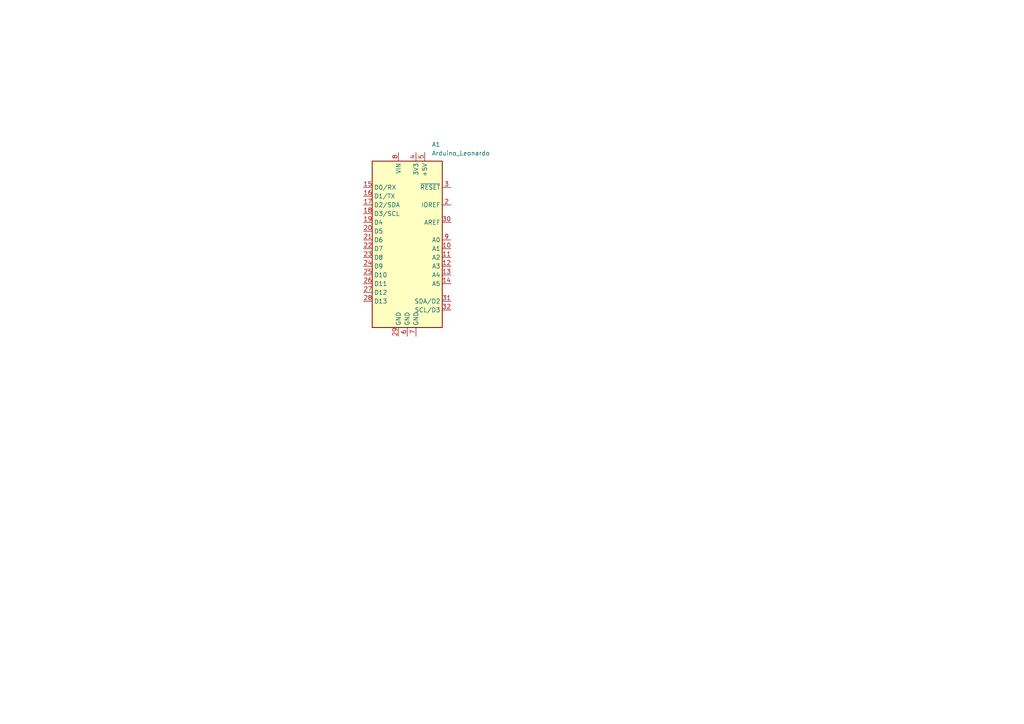
<source format=kicad_sch>
(kicad_sch (version 20211123) (generator eeschema)
  (paper "A4")
  (lib_symbols
    (symbol "MCU_Module:Arduino_Leonardo"
      (property "Reference" "A" (at -10.16 23.495 0))
      (property "Value" "Arduino_Leonardo" (at 5.08 -26.67 0))
      (symbol "Arduino_Leonardo_0_1"
        (rectangle (start -10.16 22.86) (end 10.16 -25.4) (stroke (width 0.254)) (fill (type background)))
      )
      (symbol "Arduino_Leonardo_1_1"
        (pin no_connect line (at -10.16 -20.32 0) (length 2.54) hide (name "NC") (number "1"))
        (pin bidirectional line (at 12.7 -2.54 180) (length 2.54) (name "A1") (number "10"))
        (pin bidirectional line (at 12.7 -5.08 180) (length 2.54) (name "A2") (number "11"))
        (pin bidirectional line (at 12.7 -7.62 180) (length 2.54) (name "A3") (number "12"))
        (pin bidirectional line (at 12.7 -10.16 180) (length 2.54) (name "A4") (number "13"))
        (pin bidirectional line (at 12.7 -12.7 180) (length 2.54) (name "A5") (number "14"))
        (pin bidirectional line (at -12.7 15.24 0) (length 2.54) (name "D0/RX") (number "15"))
        (pin bidirectional line (at -12.7 12.7 0) (length 2.54) (name "D1/TX") (number "16"))
        (pin bidirectional line (at -12.7 10.16 0) (length 2.54) (name "D2/SDA") (number "17"))
        (pin bidirectional line (at -12.7 7.62 0) (length 2.54) (name "D3/SCL") (number "18"))
        (pin bidirectional line (at -12.7 5.08 0) (length 2.54) (name "D4") (number "19"))
        (pin output line (at 12.7 10.16 180) (length 2.54) (name "IOREF") (number "2"))
        (pin bidirectional line (at -12.7 2.54 0) (length 2.54) (name "D5") (number "20"))
        (pin bidirectional line (at -12.7 0 0) (length 2.54) (name "D6") (number "21"))
        (pin bidirectional line (at -12.7 -2.54 0) (length 2.54) (name "D7") (number "22"))
        (pin bidirectional line (at -12.7 -5.08 0) (length 2.54) (name "D8") (number "23"))
        (pin bidirectional line (at -12.7 -7.62 0) (length 2.54) (name "D9") (number "24"))
        (pin bidirectional line (at -12.7 -10.16 0) (length 2.54) (name "D10") (number "25"))
        (pin bidirectional line (at -12.7 -12.7 0) (length 2.54) (name "D11") (number "26"))
        (pin bidirectional line (at -12.7 -15.24 0) (length 2.54) (name "D12") (number "27"))
        (pin bidirectional line (at -12.7 -17.78 0) (length 2.54) (name "D13") (number "28"))
        (pin power_in line (at -2.54 -27.94 90) (length 2.54) (name "GND") (number "29"))
        (pin input line (at 12.7 15.24 180) (length 2.54) (name "~{RESET}") (number "3"))
        (pin input line (at 12.7 5.08 180) (length 2.54) (name "AREF") (number "30"))
        (pin bidirectional line (at 12.7 -17.78 180) (length 2.54) (name "SDA/D2") (number "31"))
        (pin bidirectional line (at 12.7 -20.32 180) (length 2.54) (name "SCL/D3") (number "32"))
        (pin power_out line (at 2.54 25.4 270) (length 2.54) (name "3V3") (number "4"))
        (pin power_out line (at 5.08 25.4 270) (length 2.54) (name "+5V") (number "5"))
        (pin power_in line (at 0 -27.94 90) (length 2.54) (name "GND") (number "6"))
        (pin power_in line (at 2.54 -27.94 90) (length 2.54) (name "GND") (number "7"))
        (pin power_in line (at -2.54 25.4 270) (length 2.54) (name "VIN") (number "8"))
        (pin bidirectional line (at 12.7 0 180) (length 2.54) (name "A0") (number "9"))
      )
    )
  )
  (symbol (lib_id "MCU_Module:Arduino_Leonardo") (at 118.11 69.596 0) (unit 1)
    (property "Reference" "A1" (at 125.2094 41.91 0) (effects (justify left)))
    (property "Value" "Arduino_Leonardo" (at 125.2094 44.45 0) (effects (justify left)))
    (property "Footprint" "Module:Arduino_UNO_R3" (effects hide))
    (property "Datasheet" "https://www.arduino.cc/en/Main/ArduinoBoardLeonardo" (effects hide))
  )
)
</source>
